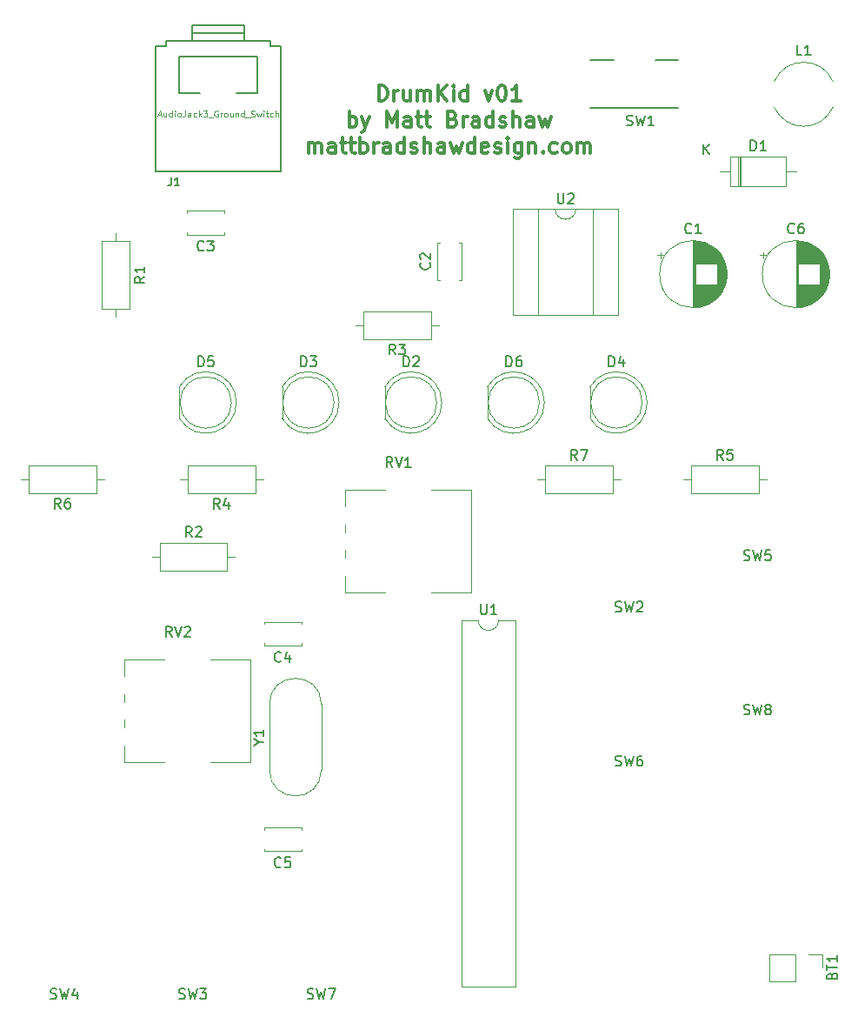
<source format=gbr>
G04 #@! TF.GenerationSoftware,KiCad,Pcbnew,(5.0.1)-3*
G04 #@! TF.CreationDate,2019-03-22T11:01:08+00:00*
G04 #@! TF.ProjectId,drumkid,6472756D6B69642E6B696361645F7063,v01*
G04 #@! TF.SameCoordinates,Original*
G04 #@! TF.FileFunction,Legend,Top*
G04 #@! TF.FilePolarity,Positive*
%FSLAX46Y46*%
G04 Gerber Fmt 4.6, Leading zero omitted, Abs format (unit mm)*
G04 Created by KiCad (PCBNEW (5.0.1)-3) date 22/03/2019 11:01:08*
%MOMM*%
%LPD*%
G01*
G04 APERTURE LIST*
%ADD10C,0.300000*%
%ADD11C,0.150000*%
%ADD12C,0.120000*%
%ADD13C,0.100000*%
G04 APERTURE END LIST*
D10*
X83107142Y-35628571D02*
X83107142Y-34128571D01*
X83464285Y-34128571D01*
X83678571Y-34200000D01*
X83821428Y-34342857D01*
X83892857Y-34485714D01*
X83964285Y-34771428D01*
X83964285Y-34985714D01*
X83892857Y-35271428D01*
X83821428Y-35414285D01*
X83678571Y-35557142D01*
X83464285Y-35628571D01*
X83107142Y-35628571D01*
X84607142Y-35628571D02*
X84607142Y-34628571D01*
X84607142Y-34914285D02*
X84678571Y-34771428D01*
X84750000Y-34700000D01*
X84892857Y-34628571D01*
X85035714Y-34628571D01*
X86178571Y-34628571D02*
X86178571Y-35628571D01*
X85535714Y-34628571D02*
X85535714Y-35414285D01*
X85607142Y-35557142D01*
X85750000Y-35628571D01*
X85964285Y-35628571D01*
X86107142Y-35557142D01*
X86178571Y-35485714D01*
X86892857Y-35628571D02*
X86892857Y-34628571D01*
X86892857Y-34771428D02*
X86964285Y-34700000D01*
X87107142Y-34628571D01*
X87321428Y-34628571D01*
X87464285Y-34700000D01*
X87535714Y-34842857D01*
X87535714Y-35628571D01*
X87535714Y-34842857D02*
X87607142Y-34700000D01*
X87750000Y-34628571D01*
X87964285Y-34628571D01*
X88107142Y-34700000D01*
X88178571Y-34842857D01*
X88178571Y-35628571D01*
X88892857Y-35628571D02*
X88892857Y-34128571D01*
X89750000Y-35628571D02*
X89107142Y-34771428D01*
X89750000Y-34128571D02*
X88892857Y-34985714D01*
X90392857Y-35628571D02*
X90392857Y-34628571D01*
X90392857Y-34128571D02*
X90321428Y-34200000D01*
X90392857Y-34271428D01*
X90464285Y-34200000D01*
X90392857Y-34128571D01*
X90392857Y-34271428D01*
X91750000Y-35628571D02*
X91750000Y-34128571D01*
X91750000Y-35557142D02*
X91607142Y-35628571D01*
X91321428Y-35628571D01*
X91178571Y-35557142D01*
X91107142Y-35485714D01*
X91035714Y-35342857D01*
X91035714Y-34914285D01*
X91107142Y-34771428D01*
X91178571Y-34700000D01*
X91321428Y-34628571D01*
X91607142Y-34628571D01*
X91750000Y-34700000D01*
X93464285Y-34628571D02*
X93821428Y-35628571D01*
X94178571Y-34628571D01*
X95035714Y-34128571D02*
X95178571Y-34128571D01*
X95321428Y-34200000D01*
X95392857Y-34271428D01*
X95464285Y-34414285D01*
X95535714Y-34700000D01*
X95535714Y-35057142D01*
X95464285Y-35342857D01*
X95392857Y-35485714D01*
X95321428Y-35557142D01*
X95178571Y-35628571D01*
X95035714Y-35628571D01*
X94892857Y-35557142D01*
X94821428Y-35485714D01*
X94750000Y-35342857D01*
X94678571Y-35057142D01*
X94678571Y-34700000D01*
X94750000Y-34414285D01*
X94821428Y-34271428D01*
X94892857Y-34200000D01*
X95035714Y-34128571D01*
X96964285Y-35628571D02*
X96107142Y-35628571D01*
X96535714Y-35628571D02*
X96535714Y-34128571D01*
X96392857Y-34342857D01*
X96250000Y-34485714D01*
X96107142Y-34557142D01*
X80249999Y-38178571D02*
X80249999Y-36678571D01*
X80249999Y-37250000D02*
X80392857Y-37178571D01*
X80678571Y-37178571D01*
X80821428Y-37250000D01*
X80892857Y-37321428D01*
X80964285Y-37464285D01*
X80964285Y-37892857D01*
X80892857Y-38035714D01*
X80821428Y-38107142D01*
X80678571Y-38178571D01*
X80392857Y-38178571D01*
X80249999Y-38107142D01*
X81464285Y-37178571D02*
X81821428Y-38178571D01*
X82178571Y-37178571D02*
X81821428Y-38178571D01*
X81678571Y-38535714D01*
X81607142Y-38607142D01*
X81464285Y-38678571D01*
X83892857Y-38178571D02*
X83892857Y-36678571D01*
X84392857Y-37750000D01*
X84892857Y-36678571D01*
X84892857Y-38178571D01*
X86249999Y-38178571D02*
X86249999Y-37392857D01*
X86178571Y-37250000D01*
X86035714Y-37178571D01*
X85749999Y-37178571D01*
X85607142Y-37250000D01*
X86249999Y-38107142D02*
X86107142Y-38178571D01*
X85749999Y-38178571D01*
X85607142Y-38107142D01*
X85535714Y-37964285D01*
X85535714Y-37821428D01*
X85607142Y-37678571D01*
X85749999Y-37607142D01*
X86107142Y-37607142D01*
X86249999Y-37535714D01*
X86749999Y-37178571D02*
X87321428Y-37178571D01*
X86964285Y-36678571D02*
X86964285Y-37964285D01*
X87035714Y-38107142D01*
X87178571Y-38178571D01*
X87321428Y-38178571D01*
X87607142Y-37178571D02*
X88178571Y-37178571D01*
X87821428Y-36678571D02*
X87821428Y-37964285D01*
X87892857Y-38107142D01*
X88035714Y-38178571D01*
X88178571Y-38178571D01*
X90321428Y-37392857D02*
X90535714Y-37464285D01*
X90607142Y-37535714D01*
X90678571Y-37678571D01*
X90678571Y-37892857D01*
X90607142Y-38035714D01*
X90535714Y-38107142D01*
X90392857Y-38178571D01*
X89821428Y-38178571D01*
X89821428Y-36678571D01*
X90321428Y-36678571D01*
X90464285Y-36750000D01*
X90535714Y-36821428D01*
X90607142Y-36964285D01*
X90607142Y-37107142D01*
X90535714Y-37250000D01*
X90464285Y-37321428D01*
X90321428Y-37392857D01*
X89821428Y-37392857D01*
X91321428Y-38178571D02*
X91321428Y-37178571D01*
X91321428Y-37464285D02*
X91392857Y-37321428D01*
X91464285Y-37250000D01*
X91607142Y-37178571D01*
X91749999Y-37178571D01*
X92892857Y-38178571D02*
X92892857Y-37392857D01*
X92821428Y-37250000D01*
X92678571Y-37178571D01*
X92392857Y-37178571D01*
X92249999Y-37250000D01*
X92892857Y-38107142D02*
X92749999Y-38178571D01*
X92392857Y-38178571D01*
X92249999Y-38107142D01*
X92178571Y-37964285D01*
X92178571Y-37821428D01*
X92249999Y-37678571D01*
X92392857Y-37607142D01*
X92749999Y-37607142D01*
X92892857Y-37535714D01*
X94249999Y-38178571D02*
X94249999Y-36678571D01*
X94249999Y-38107142D02*
X94107142Y-38178571D01*
X93821428Y-38178571D01*
X93678571Y-38107142D01*
X93607142Y-38035714D01*
X93535714Y-37892857D01*
X93535714Y-37464285D01*
X93607142Y-37321428D01*
X93678571Y-37250000D01*
X93821428Y-37178571D01*
X94107142Y-37178571D01*
X94249999Y-37250000D01*
X94892857Y-38107142D02*
X95035714Y-38178571D01*
X95321428Y-38178571D01*
X95464285Y-38107142D01*
X95535714Y-37964285D01*
X95535714Y-37892857D01*
X95464285Y-37750000D01*
X95321428Y-37678571D01*
X95107142Y-37678571D01*
X94964285Y-37607142D01*
X94892857Y-37464285D01*
X94892857Y-37392857D01*
X94964285Y-37250000D01*
X95107142Y-37178571D01*
X95321428Y-37178571D01*
X95464285Y-37250000D01*
X96178571Y-38178571D02*
X96178571Y-36678571D01*
X96821428Y-38178571D02*
X96821428Y-37392857D01*
X96749999Y-37250000D01*
X96607142Y-37178571D01*
X96392857Y-37178571D01*
X96249999Y-37250000D01*
X96178571Y-37321428D01*
X98178571Y-38178571D02*
X98178571Y-37392857D01*
X98107142Y-37250000D01*
X97964285Y-37178571D01*
X97678571Y-37178571D01*
X97535714Y-37250000D01*
X98178571Y-38107142D02*
X98035714Y-38178571D01*
X97678571Y-38178571D01*
X97535714Y-38107142D01*
X97464285Y-37964285D01*
X97464285Y-37821428D01*
X97535714Y-37678571D01*
X97678571Y-37607142D01*
X98035714Y-37607142D01*
X98178571Y-37535714D01*
X98749999Y-37178571D02*
X99035714Y-38178571D01*
X99321428Y-37464285D01*
X99607142Y-38178571D01*
X99892857Y-37178571D01*
X76249999Y-40728571D02*
X76249999Y-39728571D01*
X76249999Y-39871428D02*
X76321428Y-39800000D01*
X76464285Y-39728571D01*
X76678571Y-39728571D01*
X76821428Y-39800000D01*
X76892857Y-39942857D01*
X76892857Y-40728571D01*
X76892857Y-39942857D02*
X76964285Y-39800000D01*
X77107142Y-39728571D01*
X77321428Y-39728571D01*
X77464285Y-39800000D01*
X77535714Y-39942857D01*
X77535714Y-40728571D01*
X78892857Y-40728571D02*
X78892857Y-39942857D01*
X78821428Y-39800000D01*
X78678571Y-39728571D01*
X78392857Y-39728571D01*
X78249999Y-39800000D01*
X78892857Y-40657142D02*
X78749999Y-40728571D01*
X78392857Y-40728571D01*
X78249999Y-40657142D01*
X78178571Y-40514285D01*
X78178571Y-40371428D01*
X78249999Y-40228571D01*
X78392857Y-40157142D01*
X78749999Y-40157142D01*
X78892857Y-40085714D01*
X79392857Y-39728571D02*
X79964285Y-39728571D01*
X79607142Y-39228571D02*
X79607142Y-40514285D01*
X79678571Y-40657142D01*
X79821428Y-40728571D01*
X79964285Y-40728571D01*
X80249999Y-39728571D02*
X80821428Y-39728571D01*
X80464285Y-39228571D02*
X80464285Y-40514285D01*
X80535714Y-40657142D01*
X80678571Y-40728571D01*
X80821428Y-40728571D01*
X81321428Y-40728571D02*
X81321428Y-39228571D01*
X81321428Y-39800000D02*
X81464285Y-39728571D01*
X81749999Y-39728571D01*
X81892857Y-39800000D01*
X81964285Y-39871428D01*
X82035714Y-40014285D01*
X82035714Y-40442857D01*
X81964285Y-40585714D01*
X81892857Y-40657142D01*
X81749999Y-40728571D01*
X81464285Y-40728571D01*
X81321428Y-40657142D01*
X82678571Y-40728571D02*
X82678571Y-39728571D01*
X82678571Y-40014285D02*
X82749999Y-39871428D01*
X82821428Y-39800000D01*
X82964285Y-39728571D01*
X83107142Y-39728571D01*
X84250000Y-40728571D02*
X84250000Y-39942857D01*
X84178571Y-39800000D01*
X84035714Y-39728571D01*
X83750000Y-39728571D01*
X83607142Y-39800000D01*
X84250000Y-40657142D02*
X84107142Y-40728571D01*
X83750000Y-40728571D01*
X83607142Y-40657142D01*
X83535714Y-40514285D01*
X83535714Y-40371428D01*
X83607142Y-40228571D01*
X83750000Y-40157142D01*
X84107142Y-40157142D01*
X84250000Y-40085714D01*
X85607142Y-40728571D02*
X85607142Y-39228571D01*
X85607142Y-40657142D02*
X85464285Y-40728571D01*
X85178571Y-40728571D01*
X85035714Y-40657142D01*
X84964285Y-40585714D01*
X84892857Y-40442857D01*
X84892857Y-40014285D01*
X84964285Y-39871428D01*
X85035714Y-39800000D01*
X85178571Y-39728571D01*
X85464285Y-39728571D01*
X85607142Y-39800000D01*
X86249999Y-40657142D02*
X86392857Y-40728571D01*
X86678571Y-40728571D01*
X86821428Y-40657142D01*
X86892857Y-40514285D01*
X86892857Y-40442857D01*
X86821428Y-40300000D01*
X86678571Y-40228571D01*
X86464285Y-40228571D01*
X86321428Y-40157142D01*
X86249999Y-40014285D01*
X86249999Y-39942857D01*
X86321428Y-39800000D01*
X86464285Y-39728571D01*
X86678571Y-39728571D01*
X86821428Y-39800000D01*
X87535714Y-40728571D02*
X87535714Y-39228571D01*
X88178571Y-40728571D02*
X88178571Y-39942857D01*
X88107142Y-39800000D01*
X87964285Y-39728571D01*
X87749999Y-39728571D01*
X87607142Y-39800000D01*
X87535714Y-39871428D01*
X89535714Y-40728571D02*
X89535714Y-39942857D01*
X89464285Y-39800000D01*
X89321428Y-39728571D01*
X89035714Y-39728571D01*
X88892857Y-39800000D01*
X89535714Y-40657142D02*
X89392857Y-40728571D01*
X89035714Y-40728571D01*
X88892857Y-40657142D01*
X88821428Y-40514285D01*
X88821428Y-40371428D01*
X88892857Y-40228571D01*
X89035714Y-40157142D01*
X89392857Y-40157142D01*
X89535714Y-40085714D01*
X90107142Y-39728571D02*
X90392857Y-40728571D01*
X90678571Y-40014285D01*
X90964285Y-40728571D01*
X91249999Y-39728571D01*
X92464285Y-40728571D02*
X92464285Y-39228571D01*
X92464285Y-40657142D02*
X92321428Y-40728571D01*
X92035714Y-40728571D01*
X91892857Y-40657142D01*
X91821428Y-40585714D01*
X91749999Y-40442857D01*
X91749999Y-40014285D01*
X91821428Y-39871428D01*
X91892857Y-39800000D01*
X92035714Y-39728571D01*
X92321428Y-39728571D01*
X92464285Y-39800000D01*
X93749999Y-40657142D02*
X93607142Y-40728571D01*
X93321428Y-40728571D01*
X93178571Y-40657142D01*
X93107142Y-40514285D01*
X93107142Y-39942857D01*
X93178571Y-39800000D01*
X93321428Y-39728571D01*
X93607142Y-39728571D01*
X93749999Y-39800000D01*
X93821428Y-39942857D01*
X93821428Y-40085714D01*
X93107142Y-40228571D01*
X94392857Y-40657142D02*
X94535714Y-40728571D01*
X94821428Y-40728571D01*
X94964285Y-40657142D01*
X95035714Y-40514285D01*
X95035714Y-40442857D01*
X94964285Y-40300000D01*
X94821428Y-40228571D01*
X94607142Y-40228571D01*
X94464285Y-40157142D01*
X94392857Y-40014285D01*
X94392857Y-39942857D01*
X94464285Y-39800000D01*
X94607142Y-39728571D01*
X94821428Y-39728571D01*
X94964285Y-39800000D01*
X95678571Y-40728571D02*
X95678571Y-39728571D01*
X95678571Y-39228571D02*
X95607142Y-39300000D01*
X95678571Y-39371428D01*
X95749999Y-39300000D01*
X95678571Y-39228571D01*
X95678571Y-39371428D01*
X97035714Y-39728571D02*
X97035714Y-40942857D01*
X96964285Y-41085714D01*
X96892857Y-41157142D01*
X96749999Y-41228571D01*
X96535714Y-41228571D01*
X96392857Y-41157142D01*
X97035714Y-40657142D02*
X96892857Y-40728571D01*
X96607142Y-40728571D01*
X96464285Y-40657142D01*
X96392857Y-40585714D01*
X96321428Y-40442857D01*
X96321428Y-40014285D01*
X96392857Y-39871428D01*
X96464285Y-39800000D01*
X96607142Y-39728571D01*
X96892857Y-39728571D01*
X97035714Y-39800000D01*
X97749999Y-39728571D02*
X97749999Y-40728571D01*
X97749999Y-39871428D02*
X97821428Y-39800000D01*
X97964285Y-39728571D01*
X98178571Y-39728571D01*
X98321428Y-39800000D01*
X98392857Y-39942857D01*
X98392857Y-40728571D01*
X99107142Y-40585714D02*
X99178571Y-40657142D01*
X99107142Y-40728571D01*
X99035714Y-40657142D01*
X99107142Y-40585714D01*
X99107142Y-40728571D01*
X100464285Y-40657142D02*
X100321428Y-40728571D01*
X100035714Y-40728571D01*
X99892857Y-40657142D01*
X99821428Y-40585714D01*
X99749999Y-40442857D01*
X99749999Y-40014285D01*
X99821428Y-39871428D01*
X99892857Y-39800000D01*
X100035714Y-39728571D01*
X100321428Y-39728571D01*
X100464285Y-39800000D01*
X101321428Y-40728571D02*
X101178571Y-40657142D01*
X101107142Y-40585714D01*
X101035714Y-40442857D01*
X101035714Y-40014285D01*
X101107142Y-39871428D01*
X101178571Y-39800000D01*
X101321428Y-39728571D01*
X101535714Y-39728571D01*
X101678571Y-39800000D01*
X101749999Y-39871428D01*
X101821428Y-40014285D01*
X101821428Y-40442857D01*
X101749999Y-40585714D01*
X101678571Y-40657142D01*
X101535714Y-40728571D01*
X101321428Y-40728571D01*
X102464285Y-40728571D02*
X102464285Y-39728571D01*
X102464285Y-39871428D02*
X102535714Y-39800000D01*
X102678571Y-39728571D01*
X102892857Y-39728571D01*
X103035714Y-39800000D01*
X103107142Y-39942857D01*
X103107142Y-40728571D01*
X103107142Y-39942857D02*
X103178571Y-39800000D01*
X103321428Y-39728571D01*
X103535714Y-39728571D01*
X103678571Y-39800000D01*
X103749999Y-39942857D01*
X103749999Y-40728571D01*
D11*
G04 #@! TO.C,J1*
X65722000Y-34900000D02*
X63690000Y-34900000D01*
X63690000Y-34900000D02*
X63690000Y-31344000D01*
X63690000Y-31344000D02*
X71310000Y-31344000D01*
X71310000Y-31344000D02*
X71310000Y-34900000D01*
X71310000Y-34900000D02*
X69278000Y-34900000D01*
X62420000Y-30328000D02*
X61404000Y-30328000D01*
X73596000Y-30328000D02*
X72580000Y-30328000D01*
X64960000Y-28296000D02*
X64960000Y-29820000D01*
X70040000Y-29820000D02*
X70040000Y-28296000D01*
X64960000Y-29058000D02*
X70040000Y-29058000D01*
X62420000Y-30328000D02*
X62420000Y-30074000D01*
X62420000Y-30074000D02*
X62420000Y-29820000D01*
X62420000Y-29820000D02*
X72580000Y-29820000D01*
X72580000Y-29820000D02*
X72580000Y-30328000D01*
X64960000Y-28296000D02*
X70040000Y-28296000D01*
X61404000Y-42520000D02*
X61404000Y-30328000D01*
X73596000Y-30328000D02*
X73596000Y-42520000D01*
X73596000Y-42520000D02*
X61404000Y-42520000D01*
D12*
G04 #@! TO.C,BT1*
X121130000Y-118670000D02*
X121130000Y-121330000D01*
X123730000Y-118670000D02*
X121130000Y-118670000D01*
X123730000Y-121330000D02*
X121130000Y-121330000D01*
X123730000Y-118670000D02*
X123730000Y-121330000D01*
X125000000Y-118670000D02*
X126330000Y-118670000D01*
X126330000Y-118670000D02*
X126330000Y-120000000D01*
G04 #@! TO.C,C1*
X117020000Y-52500000D02*
G75*
G03X117020000Y-52500000I-3270000J0D01*
G01*
X113750000Y-49270000D02*
X113750000Y-55730000D01*
X113790000Y-49270000D02*
X113790000Y-55730000D01*
X113830000Y-49270000D02*
X113830000Y-55730000D01*
X113870000Y-49272000D02*
X113870000Y-55728000D01*
X113910000Y-49273000D02*
X113910000Y-55727000D01*
X113950000Y-49276000D02*
X113950000Y-55724000D01*
X113990000Y-49278000D02*
X113990000Y-51460000D01*
X113990000Y-53540000D02*
X113990000Y-55722000D01*
X114030000Y-49282000D02*
X114030000Y-51460000D01*
X114030000Y-53540000D02*
X114030000Y-55718000D01*
X114070000Y-49285000D02*
X114070000Y-51460000D01*
X114070000Y-53540000D02*
X114070000Y-55715000D01*
X114110000Y-49289000D02*
X114110000Y-51460000D01*
X114110000Y-53540000D02*
X114110000Y-55711000D01*
X114150000Y-49294000D02*
X114150000Y-51460000D01*
X114150000Y-53540000D02*
X114150000Y-55706000D01*
X114190000Y-49299000D02*
X114190000Y-51460000D01*
X114190000Y-53540000D02*
X114190000Y-55701000D01*
X114230000Y-49305000D02*
X114230000Y-51460000D01*
X114230000Y-53540000D02*
X114230000Y-55695000D01*
X114270000Y-49311000D02*
X114270000Y-51460000D01*
X114270000Y-53540000D02*
X114270000Y-55689000D01*
X114310000Y-49318000D02*
X114310000Y-51460000D01*
X114310000Y-53540000D02*
X114310000Y-55682000D01*
X114350000Y-49325000D02*
X114350000Y-51460000D01*
X114350000Y-53540000D02*
X114350000Y-55675000D01*
X114390000Y-49333000D02*
X114390000Y-51460000D01*
X114390000Y-53540000D02*
X114390000Y-55667000D01*
X114430000Y-49341000D02*
X114430000Y-51460000D01*
X114430000Y-53540000D02*
X114430000Y-55659000D01*
X114471000Y-49350000D02*
X114471000Y-51460000D01*
X114471000Y-53540000D02*
X114471000Y-55650000D01*
X114511000Y-49359000D02*
X114511000Y-51460000D01*
X114511000Y-53540000D02*
X114511000Y-55641000D01*
X114551000Y-49369000D02*
X114551000Y-51460000D01*
X114551000Y-53540000D02*
X114551000Y-55631000D01*
X114591000Y-49379000D02*
X114591000Y-51460000D01*
X114591000Y-53540000D02*
X114591000Y-55621000D01*
X114631000Y-49390000D02*
X114631000Y-51460000D01*
X114631000Y-53540000D02*
X114631000Y-55610000D01*
X114671000Y-49402000D02*
X114671000Y-51460000D01*
X114671000Y-53540000D02*
X114671000Y-55598000D01*
X114711000Y-49414000D02*
X114711000Y-51460000D01*
X114711000Y-53540000D02*
X114711000Y-55586000D01*
X114751000Y-49426000D02*
X114751000Y-51460000D01*
X114751000Y-53540000D02*
X114751000Y-55574000D01*
X114791000Y-49439000D02*
X114791000Y-51460000D01*
X114791000Y-53540000D02*
X114791000Y-55561000D01*
X114831000Y-49453000D02*
X114831000Y-51460000D01*
X114831000Y-53540000D02*
X114831000Y-55547000D01*
X114871000Y-49467000D02*
X114871000Y-51460000D01*
X114871000Y-53540000D02*
X114871000Y-55533000D01*
X114911000Y-49482000D02*
X114911000Y-51460000D01*
X114911000Y-53540000D02*
X114911000Y-55518000D01*
X114951000Y-49498000D02*
X114951000Y-51460000D01*
X114951000Y-53540000D02*
X114951000Y-55502000D01*
X114991000Y-49514000D02*
X114991000Y-51460000D01*
X114991000Y-53540000D02*
X114991000Y-55486000D01*
X115031000Y-49530000D02*
X115031000Y-51460000D01*
X115031000Y-53540000D02*
X115031000Y-55470000D01*
X115071000Y-49548000D02*
X115071000Y-51460000D01*
X115071000Y-53540000D02*
X115071000Y-55452000D01*
X115111000Y-49566000D02*
X115111000Y-51460000D01*
X115111000Y-53540000D02*
X115111000Y-55434000D01*
X115151000Y-49584000D02*
X115151000Y-51460000D01*
X115151000Y-53540000D02*
X115151000Y-55416000D01*
X115191000Y-49604000D02*
X115191000Y-51460000D01*
X115191000Y-53540000D02*
X115191000Y-55396000D01*
X115231000Y-49624000D02*
X115231000Y-51460000D01*
X115231000Y-53540000D02*
X115231000Y-55376000D01*
X115271000Y-49644000D02*
X115271000Y-51460000D01*
X115271000Y-53540000D02*
X115271000Y-55356000D01*
X115311000Y-49666000D02*
X115311000Y-51460000D01*
X115311000Y-53540000D02*
X115311000Y-55334000D01*
X115351000Y-49688000D02*
X115351000Y-51460000D01*
X115351000Y-53540000D02*
X115351000Y-55312000D01*
X115391000Y-49710000D02*
X115391000Y-51460000D01*
X115391000Y-53540000D02*
X115391000Y-55290000D01*
X115431000Y-49734000D02*
X115431000Y-51460000D01*
X115431000Y-53540000D02*
X115431000Y-55266000D01*
X115471000Y-49758000D02*
X115471000Y-51460000D01*
X115471000Y-53540000D02*
X115471000Y-55242000D01*
X115511000Y-49784000D02*
X115511000Y-51460000D01*
X115511000Y-53540000D02*
X115511000Y-55216000D01*
X115551000Y-49810000D02*
X115551000Y-51460000D01*
X115551000Y-53540000D02*
X115551000Y-55190000D01*
X115591000Y-49836000D02*
X115591000Y-51460000D01*
X115591000Y-53540000D02*
X115591000Y-55164000D01*
X115631000Y-49864000D02*
X115631000Y-51460000D01*
X115631000Y-53540000D02*
X115631000Y-55136000D01*
X115671000Y-49893000D02*
X115671000Y-51460000D01*
X115671000Y-53540000D02*
X115671000Y-55107000D01*
X115711000Y-49922000D02*
X115711000Y-51460000D01*
X115711000Y-53540000D02*
X115711000Y-55078000D01*
X115751000Y-49952000D02*
X115751000Y-51460000D01*
X115751000Y-53540000D02*
X115751000Y-55048000D01*
X115791000Y-49984000D02*
X115791000Y-51460000D01*
X115791000Y-53540000D02*
X115791000Y-55016000D01*
X115831000Y-50016000D02*
X115831000Y-51460000D01*
X115831000Y-53540000D02*
X115831000Y-54984000D01*
X115871000Y-50050000D02*
X115871000Y-51460000D01*
X115871000Y-53540000D02*
X115871000Y-54950000D01*
X115911000Y-50084000D02*
X115911000Y-51460000D01*
X115911000Y-53540000D02*
X115911000Y-54916000D01*
X115951000Y-50120000D02*
X115951000Y-51460000D01*
X115951000Y-53540000D02*
X115951000Y-54880000D01*
X115991000Y-50157000D02*
X115991000Y-51460000D01*
X115991000Y-53540000D02*
X115991000Y-54843000D01*
X116031000Y-50195000D02*
X116031000Y-51460000D01*
X116031000Y-53540000D02*
X116031000Y-54805000D01*
X116071000Y-50235000D02*
X116071000Y-54765000D01*
X116111000Y-50276000D02*
X116111000Y-54724000D01*
X116151000Y-50318000D02*
X116151000Y-54682000D01*
X116191000Y-50363000D02*
X116191000Y-54637000D01*
X116231000Y-50408000D02*
X116231000Y-54592000D01*
X116271000Y-50456000D02*
X116271000Y-54544000D01*
X116311000Y-50505000D02*
X116311000Y-54495000D01*
X116351000Y-50556000D02*
X116351000Y-54444000D01*
X116391000Y-50610000D02*
X116391000Y-54390000D01*
X116431000Y-50666000D02*
X116431000Y-54334000D01*
X116471000Y-50724000D02*
X116471000Y-54276000D01*
X116511000Y-50786000D02*
X116511000Y-54214000D01*
X116551000Y-50850000D02*
X116551000Y-54150000D01*
X116591000Y-50919000D02*
X116591000Y-54081000D01*
X116631000Y-50991000D02*
X116631000Y-54009000D01*
X116671000Y-51068000D02*
X116671000Y-53932000D01*
X116711000Y-51150000D02*
X116711000Y-53850000D01*
X116751000Y-51238000D02*
X116751000Y-53762000D01*
X116791000Y-51335000D02*
X116791000Y-53665000D01*
X116831000Y-51441000D02*
X116831000Y-53559000D01*
X116871000Y-51560000D02*
X116871000Y-53440000D01*
X116911000Y-51698000D02*
X116911000Y-53302000D01*
X116951000Y-51867000D02*
X116951000Y-53133000D01*
X116991000Y-52098000D02*
X116991000Y-52902000D01*
X110249759Y-50661000D02*
X110879759Y-50661000D01*
X110564759Y-50346000D02*
X110564759Y-50976000D01*
G04 #@! TO.C,C2*
X90925000Y-49430000D02*
X91170000Y-49430000D01*
X88830000Y-49430000D02*
X89075000Y-49430000D01*
X90925000Y-53070000D02*
X91170000Y-53070000D01*
X88830000Y-53070000D02*
X89075000Y-53070000D01*
X91170000Y-53070000D02*
X91170000Y-49430000D01*
X88830000Y-53070000D02*
X88830000Y-49430000D01*
G04 #@! TO.C,C3*
X68070000Y-48670000D02*
X64430000Y-48670000D01*
X68070000Y-46330000D02*
X64430000Y-46330000D01*
X68070000Y-48670000D02*
X68070000Y-48425000D01*
X68070000Y-46575000D02*
X68070000Y-46330000D01*
X64430000Y-48670000D02*
X64430000Y-48425000D01*
X64430000Y-46575000D02*
X64430000Y-46330000D01*
G04 #@! TO.C,C4*
X71930000Y-86575000D02*
X71930000Y-86330000D01*
X71930000Y-88670000D02*
X71930000Y-88425000D01*
X75570000Y-86575000D02*
X75570000Y-86330000D01*
X75570000Y-88670000D02*
X75570000Y-88425000D01*
X75570000Y-86330000D02*
X71930000Y-86330000D01*
X75570000Y-88670000D02*
X71930000Y-88670000D01*
G04 #@! TO.C,C5*
X75570000Y-108670000D02*
X71930000Y-108670000D01*
X75570000Y-106330000D02*
X71930000Y-106330000D01*
X75570000Y-108670000D02*
X75570000Y-108425000D01*
X75570000Y-106575000D02*
X75570000Y-106330000D01*
X71930000Y-108670000D02*
X71930000Y-108425000D01*
X71930000Y-106575000D02*
X71930000Y-106330000D01*
G04 #@! TO.C,C6*
X120564759Y-50346000D02*
X120564759Y-50976000D01*
X120249759Y-50661000D02*
X120879759Y-50661000D01*
X126991000Y-52098000D02*
X126991000Y-52902000D01*
X126951000Y-51867000D02*
X126951000Y-53133000D01*
X126911000Y-51698000D02*
X126911000Y-53302000D01*
X126871000Y-51560000D02*
X126871000Y-53440000D01*
X126831000Y-51441000D02*
X126831000Y-53559000D01*
X126791000Y-51335000D02*
X126791000Y-53665000D01*
X126751000Y-51238000D02*
X126751000Y-53762000D01*
X126711000Y-51150000D02*
X126711000Y-53850000D01*
X126671000Y-51068000D02*
X126671000Y-53932000D01*
X126631000Y-50991000D02*
X126631000Y-54009000D01*
X126591000Y-50919000D02*
X126591000Y-54081000D01*
X126551000Y-50850000D02*
X126551000Y-54150000D01*
X126511000Y-50786000D02*
X126511000Y-54214000D01*
X126471000Y-50724000D02*
X126471000Y-54276000D01*
X126431000Y-50666000D02*
X126431000Y-54334000D01*
X126391000Y-50610000D02*
X126391000Y-54390000D01*
X126351000Y-50556000D02*
X126351000Y-54444000D01*
X126311000Y-50505000D02*
X126311000Y-54495000D01*
X126271000Y-50456000D02*
X126271000Y-54544000D01*
X126231000Y-50408000D02*
X126231000Y-54592000D01*
X126191000Y-50363000D02*
X126191000Y-54637000D01*
X126151000Y-50318000D02*
X126151000Y-54682000D01*
X126111000Y-50276000D02*
X126111000Y-54724000D01*
X126071000Y-50235000D02*
X126071000Y-54765000D01*
X126031000Y-53540000D02*
X126031000Y-54805000D01*
X126031000Y-50195000D02*
X126031000Y-51460000D01*
X125991000Y-53540000D02*
X125991000Y-54843000D01*
X125991000Y-50157000D02*
X125991000Y-51460000D01*
X125951000Y-53540000D02*
X125951000Y-54880000D01*
X125951000Y-50120000D02*
X125951000Y-51460000D01*
X125911000Y-53540000D02*
X125911000Y-54916000D01*
X125911000Y-50084000D02*
X125911000Y-51460000D01*
X125871000Y-53540000D02*
X125871000Y-54950000D01*
X125871000Y-50050000D02*
X125871000Y-51460000D01*
X125831000Y-53540000D02*
X125831000Y-54984000D01*
X125831000Y-50016000D02*
X125831000Y-51460000D01*
X125791000Y-53540000D02*
X125791000Y-55016000D01*
X125791000Y-49984000D02*
X125791000Y-51460000D01*
X125751000Y-53540000D02*
X125751000Y-55048000D01*
X125751000Y-49952000D02*
X125751000Y-51460000D01*
X125711000Y-53540000D02*
X125711000Y-55078000D01*
X125711000Y-49922000D02*
X125711000Y-51460000D01*
X125671000Y-53540000D02*
X125671000Y-55107000D01*
X125671000Y-49893000D02*
X125671000Y-51460000D01*
X125631000Y-53540000D02*
X125631000Y-55136000D01*
X125631000Y-49864000D02*
X125631000Y-51460000D01*
X125591000Y-53540000D02*
X125591000Y-55164000D01*
X125591000Y-49836000D02*
X125591000Y-51460000D01*
X125551000Y-53540000D02*
X125551000Y-55190000D01*
X125551000Y-49810000D02*
X125551000Y-51460000D01*
X125511000Y-53540000D02*
X125511000Y-55216000D01*
X125511000Y-49784000D02*
X125511000Y-51460000D01*
X125471000Y-53540000D02*
X125471000Y-55242000D01*
X125471000Y-49758000D02*
X125471000Y-51460000D01*
X125431000Y-53540000D02*
X125431000Y-55266000D01*
X125431000Y-49734000D02*
X125431000Y-51460000D01*
X125391000Y-53540000D02*
X125391000Y-55290000D01*
X125391000Y-49710000D02*
X125391000Y-51460000D01*
X125351000Y-53540000D02*
X125351000Y-55312000D01*
X125351000Y-49688000D02*
X125351000Y-51460000D01*
X125311000Y-53540000D02*
X125311000Y-55334000D01*
X125311000Y-49666000D02*
X125311000Y-51460000D01*
X125271000Y-53540000D02*
X125271000Y-55356000D01*
X125271000Y-49644000D02*
X125271000Y-51460000D01*
X125231000Y-53540000D02*
X125231000Y-55376000D01*
X125231000Y-49624000D02*
X125231000Y-51460000D01*
X125191000Y-53540000D02*
X125191000Y-55396000D01*
X125191000Y-49604000D02*
X125191000Y-51460000D01*
X125151000Y-53540000D02*
X125151000Y-55416000D01*
X125151000Y-49584000D02*
X125151000Y-51460000D01*
X125111000Y-53540000D02*
X125111000Y-55434000D01*
X125111000Y-49566000D02*
X125111000Y-51460000D01*
X125071000Y-53540000D02*
X125071000Y-55452000D01*
X125071000Y-49548000D02*
X125071000Y-51460000D01*
X125031000Y-53540000D02*
X125031000Y-55470000D01*
X125031000Y-49530000D02*
X125031000Y-51460000D01*
X124991000Y-53540000D02*
X124991000Y-55486000D01*
X124991000Y-49514000D02*
X124991000Y-51460000D01*
X124951000Y-53540000D02*
X124951000Y-55502000D01*
X124951000Y-49498000D02*
X124951000Y-51460000D01*
X124911000Y-53540000D02*
X124911000Y-55518000D01*
X124911000Y-49482000D02*
X124911000Y-51460000D01*
X124871000Y-53540000D02*
X124871000Y-55533000D01*
X124871000Y-49467000D02*
X124871000Y-51460000D01*
X124831000Y-53540000D02*
X124831000Y-55547000D01*
X124831000Y-49453000D02*
X124831000Y-51460000D01*
X124791000Y-53540000D02*
X124791000Y-55561000D01*
X124791000Y-49439000D02*
X124791000Y-51460000D01*
X124751000Y-53540000D02*
X124751000Y-55574000D01*
X124751000Y-49426000D02*
X124751000Y-51460000D01*
X124711000Y-53540000D02*
X124711000Y-55586000D01*
X124711000Y-49414000D02*
X124711000Y-51460000D01*
X124671000Y-53540000D02*
X124671000Y-55598000D01*
X124671000Y-49402000D02*
X124671000Y-51460000D01*
X124631000Y-53540000D02*
X124631000Y-55610000D01*
X124631000Y-49390000D02*
X124631000Y-51460000D01*
X124591000Y-53540000D02*
X124591000Y-55621000D01*
X124591000Y-49379000D02*
X124591000Y-51460000D01*
X124551000Y-53540000D02*
X124551000Y-55631000D01*
X124551000Y-49369000D02*
X124551000Y-51460000D01*
X124511000Y-53540000D02*
X124511000Y-55641000D01*
X124511000Y-49359000D02*
X124511000Y-51460000D01*
X124471000Y-53540000D02*
X124471000Y-55650000D01*
X124471000Y-49350000D02*
X124471000Y-51460000D01*
X124430000Y-53540000D02*
X124430000Y-55659000D01*
X124430000Y-49341000D02*
X124430000Y-51460000D01*
X124390000Y-53540000D02*
X124390000Y-55667000D01*
X124390000Y-49333000D02*
X124390000Y-51460000D01*
X124350000Y-53540000D02*
X124350000Y-55675000D01*
X124350000Y-49325000D02*
X124350000Y-51460000D01*
X124310000Y-53540000D02*
X124310000Y-55682000D01*
X124310000Y-49318000D02*
X124310000Y-51460000D01*
X124270000Y-53540000D02*
X124270000Y-55689000D01*
X124270000Y-49311000D02*
X124270000Y-51460000D01*
X124230000Y-53540000D02*
X124230000Y-55695000D01*
X124230000Y-49305000D02*
X124230000Y-51460000D01*
X124190000Y-53540000D02*
X124190000Y-55701000D01*
X124190000Y-49299000D02*
X124190000Y-51460000D01*
X124150000Y-53540000D02*
X124150000Y-55706000D01*
X124150000Y-49294000D02*
X124150000Y-51460000D01*
X124110000Y-53540000D02*
X124110000Y-55711000D01*
X124110000Y-49289000D02*
X124110000Y-51460000D01*
X124070000Y-53540000D02*
X124070000Y-55715000D01*
X124070000Y-49285000D02*
X124070000Y-51460000D01*
X124030000Y-53540000D02*
X124030000Y-55718000D01*
X124030000Y-49282000D02*
X124030000Y-51460000D01*
X123990000Y-53540000D02*
X123990000Y-55722000D01*
X123990000Y-49278000D02*
X123990000Y-51460000D01*
X123950000Y-49276000D02*
X123950000Y-55724000D01*
X123910000Y-49273000D02*
X123910000Y-55727000D01*
X123870000Y-49272000D02*
X123870000Y-55728000D01*
X123830000Y-49270000D02*
X123830000Y-55730000D01*
X123790000Y-49270000D02*
X123790000Y-55730000D01*
X123750000Y-49270000D02*
X123750000Y-55730000D01*
X127020000Y-52500000D02*
G75*
G03X127020000Y-52500000I-3270000J0D01*
G01*
G04 #@! TO.C,D1*
X117360000Y-41030000D02*
X117360000Y-43970000D01*
X117360000Y-43970000D02*
X122800000Y-43970000D01*
X122800000Y-43970000D02*
X122800000Y-41030000D01*
X122800000Y-41030000D02*
X117360000Y-41030000D01*
X116340000Y-42500000D02*
X117360000Y-42500000D01*
X123820000Y-42500000D02*
X122800000Y-42500000D01*
X118260000Y-41030000D02*
X118260000Y-43970000D01*
X118380000Y-41030000D02*
X118380000Y-43970000D01*
X118140000Y-41030000D02*
X118140000Y-43970000D01*
G04 #@! TO.C,D2*
X89260000Y-65000462D02*
G75*
G03X83710000Y-63455170I-2990000J462D01*
G01*
X89260000Y-64999538D02*
G75*
G02X83710000Y-66544830I-2990000J-462D01*
G01*
X88770000Y-65000000D02*
G75*
G03X88770000Y-65000000I-2500000J0D01*
G01*
X83710000Y-63455000D02*
X83710000Y-66545000D01*
G04 #@! TO.C,D3*
X73710000Y-63455000D02*
X73710000Y-66545000D01*
X78770000Y-65000000D02*
G75*
G03X78770000Y-65000000I-2500000J0D01*
G01*
X79260000Y-64999538D02*
G75*
G02X73710000Y-66544830I-2990000J-462D01*
G01*
X79260000Y-65000462D02*
G75*
G03X73710000Y-63455170I-2990000J462D01*
G01*
G04 #@! TO.C,D4*
X109260000Y-65000462D02*
G75*
G03X103710000Y-63455170I-2990000J462D01*
G01*
X109260000Y-64999538D02*
G75*
G02X103710000Y-66544830I-2990000J-462D01*
G01*
X108770000Y-65000000D02*
G75*
G03X108770000Y-65000000I-2500000J0D01*
G01*
X103710000Y-63455000D02*
X103710000Y-66545000D01*
G04 #@! TO.C,D5*
X63710000Y-63455000D02*
X63710000Y-66545000D01*
X68770000Y-65000000D02*
G75*
G03X68770000Y-65000000I-2500000J0D01*
G01*
X69260000Y-64999538D02*
G75*
G02X63710000Y-66544830I-2990000J-462D01*
G01*
X69260000Y-65000462D02*
G75*
G03X63710000Y-63455170I-2990000J462D01*
G01*
G04 #@! TO.C,D6*
X99260000Y-65000462D02*
G75*
G03X93710000Y-63455170I-2990000J462D01*
G01*
X99260000Y-64999538D02*
G75*
G02X93710000Y-66544830I-2990000J-462D01*
G01*
X98770000Y-65000000D02*
G75*
G03X98770000Y-65000000I-2500000J0D01*
G01*
X93710000Y-63455000D02*
X93710000Y-66545000D01*
G04 #@! TO.C,L1*
X127354260Y-33740000D02*
G75*
G03X121645740Y-33740000I-2854260J-1260000D01*
G01*
X127354260Y-36260000D02*
G75*
G02X121645740Y-36260000I-2854260J1260000D01*
G01*
G04 #@! TO.C,R1*
X58870000Y-49310000D02*
X56130000Y-49310000D01*
X56130000Y-49310000D02*
X56130000Y-55850000D01*
X56130000Y-55850000D02*
X58870000Y-55850000D01*
X58870000Y-55850000D02*
X58870000Y-49310000D01*
X57500000Y-48540000D02*
X57500000Y-49310000D01*
X57500000Y-56620000D02*
X57500000Y-55850000D01*
G04 #@! TO.C,R2*
X69120000Y-80000000D02*
X68350000Y-80000000D01*
X61040000Y-80000000D02*
X61810000Y-80000000D01*
X68350000Y-78630000D02*
X61810000Y-78630000D01*
X68350000Y-81370000D02*
X68350000Y-78630000D01*
X61810000Y-81370000D02*
X68350000Y-81370000D01*
X61810000Y-78630000D02*
X61810000Y-81370000D01*
G04 #@! TO.C,R3*
X88190000Y-58870000D02*
X88190000Y-56130000D01*
X88190000Y-56130000D02*
X81650000Y-56130000D01*
X81650000Y-56130000D02*
X81650000Y-58870000D01*
X81650000Y-58870000D02*
X88190000Y-58870000D01*
X88960000Y-57500000D02*
X88190000Y-57500000D01*
X80880000Y-57500000D02*
X81650000Y-57500000D01*
G04 #@! TO.C,R4*
X63778000Y-72500000D02*
X64548000Y-72500000D01*
X71858000Y-72500000D02*
X71088000Y-72500000D01*
X64548000Y-73870000D02*
X71088000Y-73870000D01*
X64548000Y-71130000D02*
X64548000Y-73870000D01*
X71088000Y-71130000D02*
X64548000Y-71130000D01*
X71088000Y-73870000D02*
X71088000Y-71130000D01*
G04 #@! TO.C,R5*
X113570000Y-71130000D02*
X113570000Y-73870000D01*
X113570000Y-73870000D02*
X120110000Y-73870000D01*
X120110000Y-73870000D02*
X120110000Y-71130000D01*
X120110000Y-71130000D02*
X113570000Y-71130000D01*
X112800000Y-72500000D02*
X113570000Y-72500000D01*
X120880000Y-72500000D02*
X120110000Y-72500000D01*
G04 #@! TO.C,R6*
X48284000Y-72500000D02*
X49054000Y-72500000D01*
X56364000Y-72500000D02*
X55594000Y-72500000D01*
X49054000Y-73870000D02*
X55594000Y-73870000D01*
X49054000Y-71130000D02*
X49054000Y-73870000D01*
X55594000Y-71130000D02*
X49054000Y-71130000D01*
X55594000Y-73870000D02*
X55594000Y-71130000D01*
G04 #@! TO.C,R7*
X99346000Y-71130000D02*
X99346000Y-73870000D01*
X99346000Y-73870000D02*
X105886000Y-73870000D01*
X105886000Y-73870000D02*
X105886000Y-71130000D01*
X105886000Y-71130000D02*
X99346000Y-71130000D01*
X98576000Y-72500000D02*
X99346000Y-72500000D01*
X106656000Y-72500000D02*
X105886000Y-72500000D01*
G04 #@! TO.C,RV1*
X79880000Y-73530000D02*
X83745000Y-73530000D01*
X88255000Y-73530000D02*
X92120000Y-73530000D01*
X79880000Y-83470000D02*
X83745000Y-83470000D01*
X88255000Y-83470000D02*
X92120000Y-83470000D01*
X79880000Y-73530000D02*
X79880000Y-75129000D01*
X79880000Y-76871000D02*
X79880000Y-77630000D01*
X79880000Y-79371000D02*
X79880000Y-80130000D01*
X79880000Y-81870000D02*
X79880000Y-83470000D01*
X92120000Y-73530000D02*
X92120000Y-83470000D01*
G04 #@! TO.C,RV2*
X70620000Y-90030000D02*
X70620000Y-99970000D01*
X58380000Y-98370000D02*
X58380000Y-99970000D01*
X58380000Y-95871000D02*
X58380000Y-96630000D01*
X58380000Y-93371000D02*
X58380000Y-94130000D01*
X58380000Y-90030000D02*
X58380000Y-91629000D01*
X66755000Y-99970000D02*
X70620000Y-99970000D01*
X58380000Y-99970000D02*
X62245000Y-99970000D01*
X66755000Y-90030000D02*
X70620000Y-90030000D01*
X58380000Y-90030000D02*
X62245000Y-90030000D01*
D11*
G04 #@! TO.C,SW1*
X112300000Y-36300000D02*
X103700000Y-36300000D01*
X112300000Y-31700000D02*
X110100000Y-31700000D01*
X106000000Y-31700000D02*
X103700000Y-31700000D01*
D12*
G04 #@! TO.C,U1*
X94810000Y-86170000D02*
G75*
G02X92810000Y-86170000I-1000000J0D01*
G01*
X92810000Y-86170000D02*
X91160000Y-86170000D01*
X91160000Y-86170000D02*
X91160000Y-121850000D01*
X91160000Y-121850000D02*
X96460000Y-121850000D01*
X96460000Y-121850000D02*
X96460000Y-86170000D01*
X96460000Y-86170000D02*
X94810000Y-86170000D01*
G04 #@! TO.C,U2*
X102310000Y-46170000D02*
G75*
G02X100310000Y-46170000I-1000000J0D01*
G01*
X100310000Y-46170000D02*
X98660000Y-46170000D01*
X98660000Y-46170000D02*
X98660000Y-56450000D01*
X98660000Y-56450000D02*
X103960000Y-56450000D01*
X103960000Y-56450000D02*
X103960000Y-46170000D01*
X103960000Y-46170000D02*
X102310000Y-46170000D01*
X96170000Y-46110000D02*
X96170000Y-56510000D01*
X96170000Y-56510000D02*
X106450000Y-56510000D01*
X106450000Y-56510000D02*
X106450000Y-46110000D01*
X106450000Y-46110000D02*
X96170000Y-46110000D01*
G04 #@! TO.C,Y1*
X72475000Y-100760000D02*
X72475000Y-94360000D01*
X77525000Y-100760000D02*
X77525000Y-94360000D01*
X77525000Y-100760000D02*
G75*
G02X72475000Y-100760000I-2525000J0D01*
G01*
X77525000Y-94360000D02*
G75*
G03X72475000Y-94360000I-2525000J0D01*
G01*
G04 #@! TO.C,J1*
D11*
X62915333Y-43097904D02*
X62915333Y-43669333D01*
X62877238Y-43783619D01*
X62801047Y-43859809D01*
X62686761Y-43897904D01*
X62610571Y-43897904D01*
X63715333Y-43897904D02*
X63258190Y-43897904D01*
X63486761Y-43897904D02*
X63486761Y-43097904D01*
X63410571Y-43212190D01*
X63334380Y-43288380D01*
X63258190Y-43326476D01*
D13*
X61642857Y-37032000D02*
X61928571Y-37032000D01*
X61585714Y-37203428D02*
X61785714Y-36603428D01*
X61985714Y-37203428D01*
X62442857Y-36803428D02*
X62442857Y-37203428D01*
X62185714Y-36803428D02*
X62185714Y-37117714D01*
X62214285Y-37174857D01*
X62271428Y-37203428D01*
X62357142Y-37203428D01*
X62414285Y-37174857D01*
X62442857Y-37146285D01*
X62985714Y-37203428D02*
X62985714Y-36603428D01*
X62985714Y-37174857D02*
X62928571Y-37203428D01*
X62814285Y-37203428D01*
X62757142Y-37174857D01*
X62728571Y-37146285D01*
X62700000Y-37089142D01*
X62700000Y-36917714D01*
X62728571Y-36860571D01*
X62757142Y-36832000D01*
X62814285Y-36803428D01*
X62928571Y-36803428D01*
X62985714Y-36832000D01*
X63271428Y-37203428D02*
X63271428Y-36803428D01*
X63271428Y-36603428D02*
X63242857Y-36632000D01*
X63271428Y-36660571D01*
X63300000Y-36632000D01*
X63271428Y-36603428D01*
X63271428Y-36660571D01*
X63642857Y-37203428D02*
X63585714Y-37174857D01*
X63557142Y-37146285D01*
X63528571Y-37089142D01*
X63528571Y-36917714D01*
X63557142Y-36860571D01*
X63585714Y-36832000D01*
X63642857Y-36803428D01*
X63728571Y-36803428D01*
X63785714Y-36832000D01*
X63814285Y-36860571D01*
X63842857Y-36917714D01*
X63842857Y-37089142D01*
X63814285Y-37146285D01*
X63785714Y-37174857D01*
X63728571Y-37203428D01*
X63642857Y-37203428D01*
X64271428Y-36603428D02*
X64271428Y-37032000D01*
X64242857Y-37117714D01*
X64185714Y-37174857D01*
X64100000Y-37203428D01*
X64042857Y-37203428D01*
X64814285Y-37203428D02*
X64814285Y-36889142D01*
X64785714Y-36832000D01*
X64728571Y-36803428D01*
X64614285Y-36803428D01*
X64557142Y-36832000D01*
X64814285Y-37174857D02*
X64757142Y-37203428D01*
X64614285Y-37203428D01*
X64557142Y-37174857D01*
X64528571Y-37117714D01*
X64528571Y-37060571D01*
X64557142Y-37003428D01*
X64614285Y-36974857D01*
X64757142Y-36974857D01*
X64814285Y-36946285D01*
X65357142Y-37174857D02*
X65300000Y-37203428D01*
X65185714Y-37203428D01*
X65128571Y-37174857D01*
X65100000Y-37146285D01*
X65071428Y-37089142D01*
X65071428Y-36917714D01*
X65100000Y-36860571D01*
X65128571Y-36832000D01*
X65185714Y-36803428D01*
X65300000Y-36803428D01*
X65357142Y-36832000D01*
X65614285Y-37203428D02*
X65614285Y-36603428D01*
X65671428Y-36974857D02*
X65842857Y-37203428D01*
X65842857Y-36803428D02*
X65614285Y-37032000D01*
X66042857Y-36603428D02*
X66414285Y-36603428D01*
X66214285Y-36832000D01*
X66300000Y-36832000D01*
X66357142Y-36860571D01*
X66385714Y-36889142D01*
X66414285Y-36946285D01*
X66414285Y-37089142D01*
X66385714Y-37146285D01*
X66357142Y-37174857D01*
X66300000Y-37203428D01*
X66128571Y-37203428D01*
X66071428Y-37174857D01*
X66042857Y-37146285D01*
X66528571Y-37260571D02*
X66985714Y-37260571D01*
X67442857Y-36632000D02*
X67385714Y-36603428D01*
X67300000Y-36603428D01*
X67214285Y-36632000D01*
X67157142Y-36689142D01*
X67128571Y-36746285D01*
X67100000Y-36860571D01*
X67100000Y-36946285D01*
X67128571Y-37060571D01*
X67157142Y-37117714D01*
X67214285Y-37174857D01*
X67300000Y-37203428D01*
X67357142Y-37203428D01*
X67442857Y-37174857D01*
X67471428Y-37146285D01*
X67471428Y-36946285D01*
X67357142Y-36946285D01*
X67728571Y-37203428D02*
X67728571Y-36803428D01*
X67728571Y-36917714D02*
X67757142Y-36860571D01*
X67785714Y-36832000D01*
X67842857Y-36803428D01*
X67900000Y-36803428D01*
X68185714Y-37203428D02*
X68128571Y-37174857D01*
X68100000Y-37146285D01*
X68071428Y-37089142D01*
X68071428Y-36917714D01*
X68100000Y-36860571D01*
X68128571Y-36832000D01*
X68185714Y-36803428D01*
X68271428Y-36803428D01*
X68328571Y-36832000D01*
X68357142Y-36860571D01*
X68385714Y-36917714D01*
X68385714Y-37089142D01*
X68357142Y-37146285D01*
X68328571Y-37174857D01*
X68271428Y-37203428D01*
X68185714Y-37203428D01*
X68900000Y-36803428D02*
X68900000Y-37203428D01*
X68642857Y-36803428D02*
X68642857Y-37117714D01*
X68671428Y-37174857D01*
X68728571Y-37203428D01*
X68814285Y-37203428D01*
X68871428Y-37174857D01*
X68900000Y-37146285D01*
X69185714Y-36803428D02*
X69185714Y-37203428D01*
X69185714Y-36860571D02*
X69214285Y-36832000D01*
X69271428Y-36803428D01*
X69357142Y-36803428D01*
X69414285Y-36832000D01*
X69442857Y-36889142D01*
X69442857Y-37203428D01*
X69985714Y-37203428D02*
X69985714Y-36603428D01*
X69985714Y-37174857D02*
X69928571Y-37203428D01*
X69814285Y-37203428D01*
X69757142Y-37174857D01*
X69728571Y-37146285D01*
X69700000Y-37089142D01*
X69700000Y-36917714D01*
X69728571Y-36860571D01*
X69757142Y-36832000D01*
X69814285Y-36803428D01*
X69928571Y-36803428D01*
X69985714Y-36832000D01*
X70128571Y-37260571D02*
X70585714Y-37260571D01*
X70700000Y-37174857D02*
X70785714Y-37203428D01*
X70928571Y-37203428D01*
X70985714Y-37174857D01*
X71014285Y-37146285D01*
X71042857Y-37089142D01*
X71042857Y-37032000D01*
X71014285Y-36974857D01*
X70985714Y-36946285D01*
X70928571Y-36917714D01*
X70814285Y-36889142D01*
X70757142Y-36860571D01*
X70728571Y-36832000D01*
X70700000Y-36774857D01*
X70700000Y-36717714D01*
X70728571Y-36660571D01*
X70757142Y-36632000D01*
X70814285Y-36603428D01*
X70957142Y-36603428D01*
X71042857Y-36632000D01*
X71242857Y-36803428D02*
X71357142Y-37203428D01*
X71471428Y-36917714D01*
X71585714Y-37203428D01*
X71700000Y-36803428D01*
X71928571Y-37203428D02*
X71928571Y-36803428D01*
X71928571Y-36603428D02*
X71900000Y-36632000D01*
X71928571Y-36660571D01*
X71957142Y-36632000D01*
X71928571Y-36603428D01*
X71928571Y-36660571D01*
X72128571Y-36803428D02*
X72357142Y-36803428D01*
X72214285Y-36603428D02*
X72214285Y-37117714D01*
X72242857Y-37174857D01*
X72300000Y-37203428D01*
X72357142Y-37203428D01*
X72814285Y-37174857D02*
X72757142Y-37203428D01*
X72642857Y-37203428D01*
X72585714Y-37174857D01*
X72557142Y-37146285D01*
X72528571Y-37089142D01*
X72528571Y-36917714D01*
X72557142Y-36860571D01*
X72585714Y-36832000D01*
X72642857Y-36803428D01*
X72757142Y-36803428D01*
X72814285Y-36832000D01*
X73071428Y-37203428D02*
X73071428Y-36603428D01*
X73328571Y-37203428D02*
X73328571Y-36889142D01*
X73300000Y-36832000D01*
X73242857Y-36803428D01*
X73157142Y-36803428D01*
X73100000Y-36832000D01*
X73071428Y-36860571D01*
G04 #@! TO.C,BT1*
D11*
X127258571Y-120785714D02*
X127306190Y-120642857D01*
X127353809Y-120595238D01*
X127449047Y-120547619D01*
X127591904Y-120547619D01*
X127687142Y-120595238D01*
X127734761Y-120642857D01*
X127782380Y-120738095D01*
X127782380Y-121119047D01*
X126782380Y-121119047D01*
X126782380Y-120785714D01*
X126830000Y-120690476D01*
X126877619Y-120642857D01*
X126972857Y-120595238D01*
X127068095Y-120595238D01*
X127163333Y-120642857D01*
X127210952Y-120690476D01*
X127258571Y-120785714D01*
X127258571Y-121119047D01*
X126782380Y-120261904D02*
X126782380Y-119690476D01*
X127782380Y-119976190D02*
X126782380Y-119976190D01*
X127782380Y-118833333D02*
X127782380Y-119404761D01*
X127782380Y-119119047D02*
X126782380Y-119119047D01*
X126925238Y-119214285D01*
X127020476Y-119309523D01*
X127068095Y-119404761D01*
G04 #@! TO.C,C1*
X113583333Y-48457142D02*
X113535714Y-48504761D01*
X113392857Y-48552380D01*
X113297619Y-48552380D01*
X113154761Y-48504761D01*
X113059523Y-48409523D01*
X113011904Y-48314285D01*
X112964285Y-48123809D01*
X112964285Y-47980952D01*
X113011904Y-47790476D01*
X113059523Y-47695238D01*
X113154761Y-47600000D01*
X113297619Y-47552380D01*
X113392857Y-47552380D01*
X113535714Y-47600000D01*
X113583333Y-47647619D01*
X114535714Y-48552380D02*
X113964285Y-48552380D01*
X114250000Y-48552380D02*
X114250000Y-47552380D01*
X114154761Y-47695238D01*
X114059523Y-47790476D01*
X113964285Y-47838095D01*
G04 #@! TO.C,C2*
X88057142Y-51416666D02*
X88104761Y-51464285D01*
X88152380Y-51607142D01*
X88152380Y-51702380D01*
X88104761Y-51845238D01*
X88009523Y-51940476D01*
X87914285Y-51988095D01*
X87723809Y-52035714D01*
X87580952Y-52035714D01*
X87390476Y-51988095D01*
X87295238Y-51940476D01*
X87200000Y-51845238D01*
X87152380Y-51702380D01*
X87152380Y-51607142D01*
X87200000Y-51464285D01*
X87247619Y-51416666D01*
X87247619Y-51035714D02*
X87200000Y-50988095D01*
X87152380Y-50892857D01*
X87152380Y-50654761D01*
X87200000Y-50559523D01*
X87247619Y-50511904D01*
X87342857Y-50464285D01*
X87438095Y-50464285D01*
X87580952Y-50511904D01*
X88152380Y-51083333D01*
X88152380Y-50464285D01*
G04 #@! TO.C,C3*
X66083333Y-50157142D02*
X66035714Y-50204761D01*
X65892857Y-50252380D01*
X65797619Y-50252380D01*
X65654761Y-50204761D01*
X65559523Y-50109523D01*
X65511904Y-50014285D01*
X65464285Y-49823809D01*
X65464285Y-49680952D01*
X65511904Y-49490476D01*
X65559523Y-49395238D01*
X65654761Y-49300000D01*
X65797619Y-49252380D01*
X65892857Y-49252380D01*
X66035714Y-49300000D01*
X66083333Y-49347619D01*
X66416666Y-49252380D02*
X67035714Y-49252380D01*
X66702380Y-49633333D01*
X66845238Y-49633333D01*
X66940476Y-49680952D01*
X66988095Y-49728571D01*
X67035714Y-49823809D01*
X67035714Y-50061904D01*
X66988095Y-50157142D01*
X66940476Y-50204761D01*
X66845238Y-50252380D01*
X66559523Y-50252380D01*
X66464285Y-50204761D01*
X66416666Y-50157142D01*
G04 #@! TO.C,C4*
X73583333Y-90157142D02*
X73535714Y-90204761D01*
X73392857Y-90252380D01*
X73297619Y-90252380D01*
X73154761Y-90204761D01*
X73059523Y-90109523D01*
X73011904Y-90014285D01*
X72964285Y-89823809D01*
X72964285Y-89680952D01*
X73011904Y-89490476D01*
X73059523Y-89395238D01*
X73154761Y-89300000D01*
X73297619Y-89252380D01*
X73392857Y-89252380D01*
X73535714Y-89300000D01*
X73583333Y-89347619D01*
X74440476Y-89585714D02*
X74440476Y-90252380D01*
X74202380Y-89204761D02*
X73964285Y-89919047D01*
X74583333Y-89919047D01*
G04 #@! TO.C,C5*
X73583333Y-110157142D02*
X73535714Y-110204761D01*
X73392857Y-110252380D01*
X73297619Y-110252380D01*
X73154761Y-110204761D01*
X73059523Y-110109523D01*
X73011904Y-110014285D01*
X72964285Y-109823809D01*
X72964285Y-109680952D01*
X73011904Y-109490476D01*
X73059523Y-109395238D01*
X73154761Y-109300000D01*
X73297619Y-109252380D01*
X73392857Y-109252380D01*
X73535714Y-109300000D01*
X73583333Y-109347619D01*
X74488095Y-109252380D02*
X74011904Y-109252380D01*
X73964285Y-109728571D01*
X74011904Y-109680952D01*
X74107142Y-109633333D01*
X74345238Y-109633333D01*
X74440476Y-109680952D01*
X74488095Y-109728571D01*
X74535714Y-109823809D01*
X74535714Y-110061904D01*
X74488095Y-110157142D01*
X74440476Y-110204761D01*
X74345238Y-110252380D01*
X74107142Y-110252380D01*
X74011904Y-110204761D01*
X73964285Y-110157142D01*
G04 #@! TO.C,C6*
X123583333Y-48457142D02*
X123535714Y-48504761D01*
X123392857Y-48552380D01*
X123297619Y-48552380D01*
X123154761Y-48504761D01*
X123059523Y-48409523D01*
X123011904Y-48314285D01*
X122964285Y-48123809D01*
X122964285Y-47980952D01*
X123011904Y-47790476D01*
X123059523Y-47695238D01*
X123154761Y-47600000D01*
X123297619Y-47552380D01*
X123392857Y-47552380D01*
X123535714Y-47600000D01*
X123583333Y-47647619D01*
X124440476Y-47552380D02*
X124250000Y-47552380D01*
X124154761Y-47600000D01*
X124107142Y-47647619D01*
X124011904Y-47790476D01*
X123964285Y-47980952D01*
X123964285Y-48361904D01*
X124011904Y-48457142D01*
X124059523Y-48504761D01*
X124154761Y-48552380D01*
X124345238Y-48552380D01*
X124440476Y-48504761D01*
X124488095Y-48457142D01*
X124535714Y-48361904D01*
X124535714Y-48123809D01*
X124488095Y-48028571D01*
X124440476Y-47980952D01*
X124345238Y-47933333D01*
X124154761Y-47933333D01*
X124059523Y-47980952D01*
X124011904Y-48028571D01*
X123964285Y-48123809D01*
G04 #@! TO.C,D1*
X119341904Y-40482380D02*
X119341904Y-39482380D01*
X119580000Y-39482380D01*
X119722857Y-39530000D01*
X119818095Y-39625238D01*
X119865714Y-39720476D01*
X119913333Y-39910952D01*
X119913333Y-40053809D01*
X119865714Y-40244285D01*
X119818095Y-40339523D01*
X119722857Y-40434761D01*
X119580000Y-40482380D01*
X119341904Y-40482380D01*
X120865714Y-40482380D02*
X120294285Y-40482380D01*
X120580000Y-40482380D02*
X120580000Y-39482380D01*
X120484761Y-39625238D01*
X120389523Y-39720476D01*
X120294285Y-39768095D01*
X114738095Y-40852380D02*
X114738095Y-39852380D01*
X115309523Y-40852380D02*
X114880952Y-40280952D01*
X115309523Y-39852380D02*
X114738095Y-40423809D01*
G04 #@! TO.C,D2*
X85531904Y-61492380D02*
X85531904Y-60492380D01*
X85770000Y-60492380D01*
X85912857Y-60540000D01*
X86008095Y-60635238D01*
X86055714Y-60730476D01*
X86103333Y-60920952D01*
X86103333Y-61063809D01*
X86055714Y-61254285D01*
X86008095Y-61349523D01*
X85912857Y-61444761D01*
X85770000Y-61492380D01*
X85531904Y-61492380D01*
X86484285Y-60587619D02*
X86531904Y-60540000D01*
X86627142Y-60492380D01*
X86865238Y-60492380D01*
X86960476Y-60540000D01*
X87008095Y-60587619D01*
X87055714Y-60682857D01*
X87055714Y-60778095D01*
X87008095Y-60920952D01*
X86436666Y-61492380D01*
X87055714Y-61492380D01*
G04 #@! TO.C,D3*
X75531904Y-61492380D02*
X75531904Y-60492380D01*
X75770000Y-60492380D01*
X75912857Y-60540000D01*
X76008095Y-60635238D01*
X76055714Y-60730476D01*
X76103333Y-60920952D01*
X76103333Y-61063809D01*
X76055714Y-61254285D01*
X76008095Y-61349523D01*
X75912857Y-61444761D01*
X75770000Y-61492380D01*
X75531904Y-61492380D01*
X76436666Y-60492380D02*
X77055714Y-60492380D01*
X76722380Y-60873333D01*
X76865238Y-60873333D01*
X76960476Y-60920952D01*
X77008095Y-60968571D01*
X77055714Y-61063809D01*
X77055714Y-61301904D01*
X77008095Y-61397142D01*
X76960476Y-61444761D01*
X76865238Y-61492380D01*
X76579523Y-61492380D01*
X76484285Y-61444761D01*
X76436666Y-61397142D01*
G04 #@! TO.C,D4*
X105531904Y-61492380D02*
X105531904Y-60492380D01*
X105770000Y-60492380D01*
X105912857Y-60540000D01*
X106008095Y-60635238D01*
X106055714Y-60730476D01*
X106103333Y-60920952D01*
X106103333Y-61063809D01*
X106055714Y-61254285D01*
X106008095Y-61349523D01*
X105912857Y-61444761D01*
X105770000Y-61492380D01*
X105531904Y-61492380D01*
X106960476Y-60825714D02*
X106960476Y-61492380D01*
X106722380Y-60444761D02*
X106484285Y-61159047D01*
X107103333Y-61159047D01*
G04 #@! TO.C,D5*
X65531904Y-61492380D02*
X65531904Y-60492380D01*
X65770000Y-60492380D01*
X65912857Y-60540000D01*
X66008095Y-60635238D01*
X66055714Y-60730476D01*
X66103333Y-60920952D01*
X66103333Y-61063809D01*
X66055714Y-61254285D01*
X66008095Y-61349523D01*
X65912857Y-61444761D01*
X65770000Y-61492380D01*
X65531904Y-61492380D01*
X67008095Y-60492380D02*
X66531904Y-60492380D01*
X66484285Y-60968571D01*
X66531904Y-60920952D01*
X66627142Y-60873333D01*
X66865238Y-60873333D01*
X66960476Y-60920952D01*
X67008095Y-60968571D01*
X67055714Y-61063809D01*
X67055714Y-61301904D01*
X67008095Y-61397142D01*
X66960476Y-61444761D01*
X66865238Y-61492380D01*
X66627142Y-61492380D01*
X66531904Y-61444761D01*
X66484285Y-61397142D01*
G04 #@! TO.C,D6*
X95531904Y-61492380D02*
X95531904Y-60492380D01*
X95770000Y-60492380D01*
X95912857Y-60540000D01*
X96008095Y-60635238D01*
X96055714Y-60730476D01*
X96103333Y-60920952D01*
X96103333Y-61063809D01*
X96055714Y-61254285D01*
X96008095Y-61349523D01*
X95912857Y-61444761D01*
X95770000Y-61492380D01*
X95531904Y-61492380D01*
X96960476Y-60492380D02*
X96770000Y-60492380D01*
X96674761Y-60540000D01*
X96627142Y-60587619D01*
X96531904Y-60730476D01*
X96484285Y-60920952D01*
X96484285Y-61301904D01*
X96531904Y-61397142D01*
X96579523Y-61444761D01*
X96674761Y-61492380D01*
X96865238Y-61492380D01*
X96960476Y-61444761D01*
X97008095Y-61397142D01*
X97055714Y-61301904D01*
X97055714Y-61063809D01*
X97008095Y-60968571D01*
X96960476Y-60920952D01*
X96865238Y-60873333D01*
X96674761Y-60873333D01*
X96579523Y-60920952D01*
X96531904Y-60968571D01*
X96484285Y-61063809D01*
G04 #@! TO.C,L1*
X124333333Y-31202380D02*
X123857142Y-31202380D01*
X123857142Y-30202380D01*
X125190476Y-31202380D02*
X124619047Y-31202380D01*
X124904761Y-31202380D02*
X124904761Y-30202380D01*
X124809523Y-30345238D01*
X124714285Y-30440476D01*
X124619047Y-30488095D01*
G04 #@! TO.C,R1*
X60322380Y-52746666D02*
X59846190Y-53080000D01*
X60322380Y-53318095D02*
X59322380Y-53318095D01*
X59322380Y-52937142D01*
X59370000Y-52841904D01*
X59417619Y-52794285D01*
X59512857Y-52746666D01*
X59655714Y-52746666D01*
X59750952Y-52794285D01*
X59798571Y-52841904D01*
X59846190Y-52937142D01*
X59846190Y-53318095D01*
X60322380Y-51794285D02*
X60322380Y-52365714D01*
X60322380Y-52080000D02*
X59322380Y-52080000D01*
X59465238Y-52175238D01*
X59560476Y-52270476D01*
X59608095Y-52365714D01*
G04 #@! TO.C,R2*
X64913333Y-78082380D02*
X64580000Y-77606190D01*
X64341904Y-78082380D02*
X64341904Y-77082380D01*
X64722857Y-77082380D01*
X64818095Y-77130000D01*
X64865714Y-77177619D01*
X64913333Y-77272857D01*
X64913333Y-77415714D01*
X64865714Y-77510952D01*
X64818095Y-77558571D01*
X64722857Y-77606190D01*
X64341904Y-77606190D01*
X65294285Y-77177619D02*
X65341904Y-77130000D01*
X65437142Y-77082380D01*
X65675238Y-77082380D01*
X65770476Y-77130000D01*
X65818095Y-77177619D01*
X65865714Y-77272857D01*
X65865714Y-77368095D01*
X65818095Y-77510952D01*
X65246666Y-78082380D01*
X65865714Y-78082380D01*
G04 #@! TO.C,R3*
X84753333Y-60322380D02*
X84420000Y-59846190D01*
X84181904Y-60322380D02*
X84181904Y-59322380D01*
X84562857Y-59322380D01*
X84658095Y-59370000D01*
X84705714Y-59417619D01*
X84753333Y-59512857D01*
X84753333Y-59655714D01*
X84705714Y-59750952D01*
X84658095Y-59798571D01*
X84562857Y-59846190D01*
X84181904Y-59846190D01*
X85086666Y-59322380D02*
X85705714Y-59322380D01*
X85372380Y-59703333D01*
X85515238Y-59703333D01*
X85610476Y-59750952D01*
X85658095Y-59798571D01*
X85705714Y-59893809D01*
X85705714Y-60131904D01*
X85658095Y-60227142D01*
X85610476Y-60274761D01*
X85515238Y-60322380D01*
X85229523Y-60322380D01*
X85134285Y-60274761D01*
X85086666Y-60227142D01*
G04 #@! TO.C,R4*
X67651333Y-75322380D02*
X67318000Y-74846190D01*
X67079904Y-75322380D02*
X67079904Y-74322380D01*
X67460857Y-74322380D01*
X67556095Y-74370000D01*
X67603714Y-74417619D01*
X67651333Y-74512857D01*
X67651333Y-74655714D01*
X67603714Y-74750952D01*
X67556095Y-74798571D01*
X67460857Y-74846190D01*
X67079904Y-74846190D01*
X68508476Y-74655714D02*
X68508476Y-75322380D01*
X68270380Y-74274761D02*
X68032285Y-74989047D01*
X68651333Y-74989047D01*
G04 #@! TO.C,R5*
X116673333Y-70582380D02*
X116340000Y-70106190D01*
X116101904Y-70582380D02*
X116101904Y-69582380D01*
X116482857Y-69582380D01*
X116578095Y-69630000D01*
X116625714Y-69677619D01*
X116673333Y-69772857D01*
X116673333Y-69915714D01*
X116625714Y-70010952D01*
X116578095Y-70058571D01*
X116482857Y-70106190D01*
X116101904Y-70106190D01*
X117578095Y-69582380D02*
X117101904Y-69582380D01*
X117054285Y-70058571D01*
X117101904Y-70010952D01*
X117197142Y-69963333D01*
X117435238Y-69963333D01*
X117530476Y-70010952D01*
X117578095Y-70058571D01*
X117625714Y-70153809D01*
X117625714Y-70391904D01*
X117578095Y-70487142D01*
X117530476Y-70534761D01*
X117435238Y-70582380D01*
X117197142Y-70582380D01*
X117101904Y-70534761D01*
X117054285Y-70487142D01*
G04 #@! TO.C,R6*
X52157333Y-75322380D02*
X51824000Y-74846190D01*
X51585904Y-75322380D02*
X51585904Y-74322380D01*
X51966857Y-74322380D01*
X52062095Y-74370000D01*
X52109714Y-74417619D01*
X52157333Y-74512857D01*
X52157333Y-74655714D01*
X52109714Y-74750952D01*
X52062095Y-74798571D01*
X51966857Y-74846190D01*
X51585904Y-74846190D01*
X53014476Y-74322380D02*
X52824000Y-74322380D01*
X52728761Y-74370000D01*
X52681142Y-74417619D01*
X52585904Y-74560476D01*
X52538285Y-74750952D01*
X52538285Y-75131904D01*
X52585904Y-75227142D01*
X52633523Y-75274761D01*
X52728761Y-75322380D01*
X52919238Y-75322380D01*
X53014476Y-75274761D01*
X53062095Y-75227142D01*
X53109714Y-75131904D01*
X53109714Y-74893809D01*
X53062095Y-74798571D01*
X53014476Y-74750952D01*
X52919238Y-74703333D01*
X52728761Y-74703333D01*
X52633523Y-74750952D01*
X52585904Y-74798571D01*
X52538285Y-74893809D01*
G04 #@! TO.C,R7*
X102449333Y-70582380D02*
X102116000Y-70106190D01*
X101877904Y-70582380D02*
X101877904Y-69582380D01*
X102258857Y-69582380D01*
X102354095Y-69630000D01*
X102401714Y-69677619D01*
X102449333Y-69772857D01*
X102449333Y-69915714D01*
X102401714Y-70010952D01*
X102354095Y-70058571D01*
X102258857Y-70106190D01*
X101877904Y-70106190D01*
X102782666Y-69582380D02*
X103449333Y-69582380D01*
X103020761Y-70582380D01*
G04 #@! TO.C,RV1*
X84454761Y-71302380D02*
X84121428Y-70826190D01*
X83883333Y-71302380D02*
X83883333Y-70302380D01*
X84264285Y-70302380D01*
X84359523Y-70350000D01*
X84407142Y-70397619D01*
X84454761Y-70492857D01*
X84454761Y-70635714D01*
X84407142Y-70730952D01*
X84359523Y-70778571D01*
X84264285Y-70826190D01*
X83883333Y-70826190D01*
X84740476Y-70302380D02*
X85073809Y-71302380D01*
X85407142Y-70302380D01*
X86264285Y-71302380D02*
X85692857Y-71302380D01*
X85978571Y-71302380D02*
X85978571Y-70302380D01*
X85883333Y-70445238D01*
X85788095Y-70540476D01*
X85692857Y-70588095D01*
G04 #@! TO.C,RV2*
X62954761Y-87802380D02*
X62621428Y-87326190D01*
X62383333Y-87802380D02*
X62383333Y-86802380D01*
X62764285Y-86802380D01*
X62859523Y-86850000D01*
X62907142Y-86897619D01*
X62954761Y-86992857D01*
X62954761Y-87135714D01*
X62907142Y-87230952D01*
X62859523Y-87278571D01*
X62764285Y-87326190D01*
X62383333Y-87326190D01*
X63240476Y-86802380D02*
X63573809Y-87802380D01*
X63907142Y-86802380D01*
X64192857Y-86897619D02*
X64240476Y-86850000D01*
X64335714Y-86802380D01*
X64573809Y-86802380D01*
X64669047Y-86850000D01*
X64716666Y-86897619D01*
X64764285Y-86992857D01*
X64764285Y-87088095D01*
X64716666Y-87230952D01*
X64145238Y-87802380D01*
X64764285Y-87802380D01*
G04 #@! TO.C,SW1*
X107266666Y-38004761D02*
X107409523Y-38052380D01*
X107647619Y-38052380D01*
X107742857Y-38004761D01*
X107790476Y-37957142D01*
X107838095Y-37861904D01*
X107838095Y-37766666D01*
X107790476Y-37671428D01*
X107742857Y-37623809D01*
X107647619Y-37576190D01*
X107457142Y-37528571D01*
X107361904Y-37480952D01*
X107314285Y-37433333D01*
X107266666Y-37338095D01*
X107266666Y-37242857D01*
X107314285Y-37147619D01*
X107361904Y-37100000D01*
X107457142Y-37052380D01*
X107695238Y-37052380D01*
X107838095Y-37100000D01*
X108171428Y-37052380D02*
X108409523Y-38052380D01*
X108600000Y-37338095D01*
X108790476Y-38052380D01*
X109028571Y-37052380D01*
X109933333Y-38052380D02*
X109361904Y-38052380D01*
X109647619Y-38052380D02*
X109647619Y-37052380D01*
X109552380Y-37195238D01*
X109457142Y-37290476D01*
X109361904Y-37338095D01*
G04 #@! TO.C,SW2*
X106166666Y-85324761D02*
X106309523Y-85372380D01*
X106547619Y-85372380D01*
X106642857Y-85324761D01*
X106690476Y-85277142D01*
X106738095Y-85181904D01*
X106738095Y-85086666D01*
X106690476Y-84991428D01*
X106642857Y-84943809D01*
X106547619Y-84896190D01*
X106357142Y-84848571D01*
X106261904Y-84800952D01*
X106214285Y-84753333D01*
X106166666Y-84658095D01*
X106166666Y-84562857D01*
X106214285Y-84467619D01*
X106261904Y-84420000D01*
X106357142Y-84372380D01*
X106595238Y-84372380D01*
X106738095Y-84420000D01*
X107071428Y-84372380D02*
X107309523Y-85372380D01*
X107500000Y-84658095D01*
X107690476Y-85372380D01*
X107928571Y-84372380D01*
X108261904Y-84467619D02*
X108309523Y-84420000D01*
X108404761Y-84372380D01*
X108642857Y-84372380D01*
X108738095Y-84420000D01*
X108785714Y-84467619D01*
X108833333Y-84562857D01*
X108833333Y-84658095D01*
X108785714Y-84800952D01*
X108214285Y-85372380D01*
X108833333Y-85372380D01*
G04 #@! TO.C,SW3*
X63666666Y-122984761D02*
X63809523Y-123032380D01*
X64047619Y-123032380D01*
X64142857Y-122984761D01*
X64190476Y-122937142D01*
X64238095Y-122841904D01*
X64238095Y-122746666D01*
X64190476Y-122651428D01*
X64142857Y-122603809D01*
X64047619Y-122556190D01*
X63857142Y-122508571D01*
X63761904Y-122460952D01*
X63714285Y-122413333D01*
X63666666Y-122318095D01*
X63666666Y-122222857D01*
X63714285Y-122127619D01*
X63761904Y-122080000D01*
X63857142Y-122032380D01*
X64095238Y-122032380D01*
X64238095Y-122080000D01*
X64571428Y-122032380D02*
X64809523Y-123032380D01*
X65000000Y-122318095D01*
X65190476Y-123032380D01*
X65428571Y-122032380D01*
X65714285Y-122032380D02*
X66333333Y-122032380D01*
X66000000Y-122413333D01*
X66142857Y-122413333D01*
X66238095Y-122460952D01*
X66285714Y-122508571D01*
X66333333Y-122603809D01*
X66333333Y-122841904D01*
X66285714Y-122937142D01*
X66238095Y-122984761D01*
X66142857Y-123032380D01*
X65857142Y-123032380D01*
X65761904Y-122984761D01*
X65714285Y-122937142D01*
G04 #@! TO.C,SW4*
X51166666Y-122984761D02*
X51309523Y-123032380D01*
X51547619Y-123032380D01*
X51642857Y-122984761D01*
X51690476Y-122937142D01*
X51738095Y-122841904D01*
X51738095Y-122746666D01*
X51690476Y-122651428D01*
X51642857Y-122603809D01*
X51547619Y-122556190D01*
X51357142Y-122508571D01*
X51261904Y-122460952D01*
X51214285Y-122413333D01*
X51166666Y-122318095D01*
X51166666Y-122222857D01*
X51214285Y-122127619D01*
X51261904Y-122080000D01*
X51357142Y-122032380D01*
X51595238Y-122032380D01*
X51738095Y-122080000D01*
X52071428Y-122032380D02*
X52309523Y-123032380D01*
X52500000Y-122318095D01*
X52690476Y-123032380D01*
X52928571Y-122032380D01*
X53738095Y-122365714D02*
X53738095Y-123032380D01*
X53500000Y-121984761D02*
X53261904Y-122699047D01*
X53880952Y-122699047D01*
G04 #@! TO.C,SW5*
X118666666Y-80324761D02*
X118809523Y-80372380D01*
X119047619Y-80372380D01*
X119142857Y-80324761D01*
X119190476Y-80277142D01*
X119238095Y-80181904D01*
X119238095Y-80086666D01*
X119190476Y-79991428D01*
X119142857Y-79943809D01*
X119047619Y-79896190D01*
X118857142Y-79848571D01*
X118761904Y-79800952D01*
X118714285Y-79753333D01*
X118666666Y-79658095D01*
X118666666Y-79562857D01*
X118714285Y-79467619D01*
X118761904Y-79420000D01*
X118857142Y-79372380D01*
X119095238Y-79372380D01*
X119238095Y-79420000D01*
X119571428Y-79372380D02*
X119809523Y-80372380D01*
X120000000Y-79658095D01*
X120190476Y-80372380D01*
X120428571Y-79372380D01*
X121285714Y-79372380D02*
X120809523Y-79372380D01*
X120761904Y-79848571D01*
X120809523Y-79800952D01*
X120904761Y-79753333D01*
X121142857Y-79753333D01*
X121238095Y-79800952D01*
X121285714Y-79848571D01*
X121333333Y-79943809D01*
X121333333Y-80181904D01*
X121285714Y-80277142D01*
X121238095Y-80324761D01*
X121142857Y-80372380D01*
X120904761Y-80372380D01*
X120809523Y-80324761D01*
X120761904Y-80277142D01*
G04 #@! TO.C,SW6*
X106166666Y-100324761D02*
X106309523Y-100372380D01*
X106547619Y-100372380D01*
X106642857Y-100324761D01*
X106690476Y-100277142D01*
X106738095Y-100181904D01*
X106738095Y-100086666D01*
X106690476Y-99991428D01*
X106642857Y-99943809D01*
X106547619Y-99896190D01*
X106357142Y-99848571D01*
X106261904Y-99800952D01*
X106214285Y-99753333D01*
X106166666Y-99658095D01*
X106166666Y-99562857D01*
X106214285Y-99467619D01*
X106261904Y-99420000D01*
X106357142Y-99372380D01*
X106595238Y-99372380D01*
X106738095Y-99420000D01*
X107071428Y-99372380D02*
X107309523Y-100372380D01*
X107500000Y-99658095D01*
X107690476Y-100372380D01*
X107928571Y-99372380D01*
X108738095Y-99372380D02*
X108547619Y-99372380D01*
X108452380Y-99420000D01*
X108404761Y-99467619D01*
X108309523Y-99610476D01*
X108261904Y-99800952D01*
X108261904Y-100181904D01*
X108309523Y-100277142D01*
X108357142Y-100324761D01*
X108452380Y-100372380D01*
X108642857Y-100372380D01*
X108738095Y-100324761D01*
X108785714Y-100277142D01*
X108833333Y-100181904D01*
X108833333Y-99943809D01*
X108785714Y-99848571D01*
X108738095Y-99800952D01*
X108642857Y-99753333D01*
X108452380Y-99753333D01*
X108357142Y-99800952D01*
X108309523Y-99848571D01*
X108261904Y-99943809D01*
G04 #@! TO.C,SW7*
X76166666Y-122984761D02*
X76309523Y-123032380D01*
X76547619Y-123032380D01*
X76642857Y-122984761D01*
X76690476Y-122937142D01*
X76738095Y-122841904D01*
X76738095Y-122746666D01*
X76690476Y-122651428D01*
X76642857Y-122603809D01*
X76547619Y-122556190D01*
X76357142Y-122508571D01*
X76261904Y-122460952D01*
X76214285Y-122413333D01*
X76166666Y-122318095D01*
X76166666Y-122222857D01*
X76214285Y-122127619D01*
X76261904Y-122080000D01*
X76357142Y-122032380D01*
X76595238Y-122032380D01*
X76738095Y-122080000D01*
X77071428Y-122032380D02*
X77309523Y-123032380D01*
X77500000Y-122318095D01*
X77690476Y-123032380D01*
X77928571Y-122032380D01*
X78214285Y-122032380D02*
X78880952Y-122032380D01*
X78452380Y-123032380D01*
G04 #@! TO.C,SW8*
X118666666Y-95324761D02*
X118809523Y-95372380D01*
X119047619Y-95372380D01*
X119142857Y-95324761D01*
X119190476Y-95277142D01*
X119238095Y-95181904D01*
X119238095Y-95086666D01*
X119190476Y-94991428D01*
X119142857Y-94943809D01*
X119047619Y-94896190D01*
X118857142Y-94848571D01*
X118761904Y-94800952D01*
X118714285Y-94753333D01*
X118666666Y-94658095D01*
X118666666Y-94562857D01*
X118714285Y-94467619D01*
X118761904Y-94420000D01*
X118857142Y-94372380D01*
X119095238Y-94372380D01*
X119238095Y-94420000D01*
X119571428Y-94372380D02*
X119809523Y-95372380D01*
X120000000Y-94658095D01*
X120190476Y-95372380D01*
X120428571Y-94372380D01*
X120952380Y-94800952D02*
X120857142Y-94753333D01*
X120809523Y-94705714D01*
X120761904Y-94610476D01*
X120761904Y-94562857D01*
X120809523Y-94467619D01*
X120857142Y-94420000D01*
X120952380Y-94372380D01*
X121142857Y-94372380D01*
X121238095Y-94420000D01*
X121285714Y-94467619D01*
X121333333Y-94562857D01*
X121333333Y-94610476D01*
X121285714Y-94705714D01*
X121238095Y-94753333D01*
X121142857Y-94800952D01*
X120952380Y-94800952D01*
X120857142Y-94848571D01*
X120809523Y-94896190D01*
X120761904Y-94991428D01*
X120761904Y-95181904D01*
X120809523Y-95277142D01*
X120857142Y-95324761D01*
X120952380Y-95372380D01*
X121142857Y-95372380D01*
X121238095Y-95324761D01*
X121285714Y-95277142D01*
X121333333Y-95181904D01*
X121333333Y-94991428D01*
X121285714Y-94896190D01*
X121238095Y-94848571D01*
X121142857Y-94800952D01*
G04 #@! TO.C,U1*
X93048095Y-84622380D02*
X93048095Y-85431904D01*
X93095714Y-85527142D01*
X93143333Y-85574761D01*
X93238571Y-85622380D01*
X93429047Y-85622380D01*
X93524285Y-85574761D01*
X93571904Y-85527142D01*
X93619523Y-85431904D01*
X93619523Y-84622380D01*
X94619523Y-85622380D02*
X94048095Y-85622380D01*
X94333809Y-85622380D02*
X94333809Y-84622380D01*
X94238571Y-84765238D01*
X94143333Y-84860476D01*
X94048095Y-84908095D01*
G04 #@! TO.C,U2*
X100548095Y-44622380D02*
X100548095Y-45431904D01*
X100595714Y-45527142D01*
X100643333Y-45574761D01*
X100738571Y-45622380D01*
X100929047Y-45622380D01*
X101024285Y-45574761D01*
X101071904Y-45527142D01*
X101119523Y-45431904D01*
X101119523Y-44622380D01*
X101548095Y-44717619D02*
X101595714Y-44670000D01*
X101690952Y-44622380D01*
X101929047Y-44622380D01*
X102024285Y-44670000D01*
X102071904Y-44717619D01*
X102119523Y-44812857D01*
X102119523Y-44908095D01*
X102071904Y-45050952D01*
X101500476Y-45622380D01*
X102119523Y-45622380D01*
G04 #@! TO.C,Y1*
X71451190Y-98036190D02*
X71927380Y-98036190D01*
X70927380Y-98369523D02*
X71451190Y-98036190D01*
X70927380Y-97702857D01*
X71927380Y-96845714D02*
X71927380Y-97417142D01*
X71927380Y-97131428D02*
X70927380Y-97131428D01*
X71070238Y-97226666D01*
X71165476Y-97321904D01*
X71213095Y-97417142D01*
G04 #@! TD*
M02*

</source>
